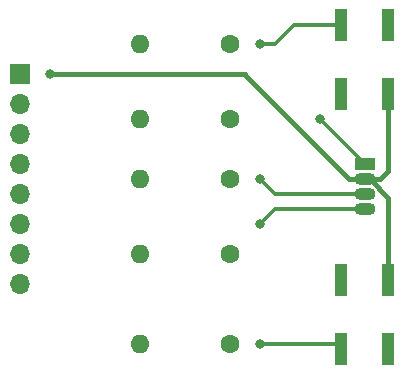
<source format=gbr>
%TF.GenerationSoftware,KiCad,Pcbnew,(5.1.10-1-10_14)*%
%TF.CreationDate,2021-11-05T22:23:08-04:00*%
%TF.ProjectId,UI Schematic,55492053-6368-4656-9d61-7469632e6b69,rev?*%
%TF.SameCoordinates,Original*%
%TF.FileFunction,Copper,L1,Top*%
%TF.FilePolarity,Positive*%
%FSLAX46Y46*%
G04 Gerber Fmt 4.6, Leading zero omitted, Abs format (unit mm)*
G04 Created by KiCad (PCBNEW (5.1.10-1-10_14)) date 2021-11-05 22:23:08*
%MOMM*%
%LPD*%
G01*
G04 APERTURE LIST*
%TA.AperFunction,ComponentPad*%
%ADD10C,1.600000*%
%TD*%
%TA.AperFunction,ComponentPad*%
%ADD11O,1.600000X1.600000*%
%TD*%
%TA.AperFunction,ComponentPad*%
%ADD12R,1.800000X1.070000*%
%TD*%
%TA.AperFunction,ComponentPad*%
%ADD13O,1.800000X1.070000*%
%TD*%
%TA.AperFunction,ComponentPad*%
%ADD14O,1.700000X1.700000*%
%TD*%
%TA.AperFunction,ComponentPad*%
%ADD15R,1.700000X1.700000*%
%TD*%
%TA.AperFunction,SMDPad,CuDef*%
%ADD16R,1.000000X2.800000*%
%TD*%
%TA.AperFunction,ViaPad*%
%ADD17C,0.800000*%
%TD*%
%TA.AperFunction,Conductor*%
%ADD18C,0.304800*%
%TD*%
%TA.AperFunction,Conductor*%
%ADD19C,0.406400*%
%TD*%
G04 APERTURE END LIST*
D10*
%TO.P,R3,1*%
%TO.N,Net-(D1-Pad3)*%
X119380000Y-85090000D03*
D11*
%TO.P,R3,2*%
%TO.N,Net-(J1-Pad5)*%
X111760000Y-85090000D03*
%TD*%
D12*
%TO.P,D1,1*%
%TO.N,Net-(D1-Pad1)*%
X130810000Y-83820000D03*
D13*
%TO.P,D1,2*%
%TO.N,+5V*%
X130810000Y-85090000D03*
%TO.P,D1,3*%
%TO.N,Net-(D1-Pad3)*%
X130810000Y-86360000D03*
%TO.P,D1,4*%
%TO.N,Net-(D1-Pad4)*%
X130810000Y-87630000D03*
%TD*%
D14*
%TO.P,J1,8*%
%TO.N,Net-(J1-Pad8)*%
X101600000Y-93980000D03*
%TO.P,J1,7*%
%TO.N,Net-(J1-Pad7)*%
X101600000Y-91440000D03*
%TO.P,J1,6*%
%TO.N,Net-(J1-Pad6)*%
X101600000Y-88900000D03*
%TO.P,J1,5*%
%TO.N,Net-(J1-Pad5)*%
X101600000Y-86360000D03*
%TO.P,J1,4*%
%TO.N,Net-(J1-Pad4)*%
X101600000Y-83820000D03*
%TO.P,J1,3*%
%TO.N,Net-(J1-Pad3)*%
X101600000Y-81280000D03*
%TO.P,J1,2*%
%TO.N,GND*%
X101600000Y-78740000D03*
D15*
%TO.P,J1,1*%
%TO.N,+5V*%
X101600000Y-76200000D03*
%TD*%
D10*
%TO.P,R1,1*%
%TO.N,Net-(J1-Pad3)*%
X119380000Y-73660000D03*
D11*
%TO.P,R1,2*%
%TO.N,GND*%
X111760000Y-73660000D03*
%TD*%
D10*
%TO.P,R2,1*%
%TO.N,Net-(D1-Pad1)*%
X119380000Y-80010000D03*
D11*
%TO.P,R2,2*%
%TO.N,Net-(J1-Pad4)*%
X111760000Y-80010000D03*
%TD*%
D10*
%TO.P,R4,1*%
%TO.N,Net-(D1-Pad4)*%
X119380000Y-91440000D03*
D11*
%TO.P,R4,2*%
%TO.N,Net-(J1-Pad6)*%
X111760000Y-91440000D03*
%TD*%
%TO.P,R5,2*%
%TO.N,GND*%
X111760000Y-99060000D03*
D10*
%TO.P,R5,1*%
%TO.N,Net-(J1-Pad7)*%
X119380000Y-99060000D03*
%TD*%
D16*
%TO.P,SW1,1*%
%TO.N,Net-(J1-Pad3)*%
X128810000Y-77830000D03*
X128810000Y-72030000D03*
%TO.P,SW1,2*%
%TO.N,+5V*%
X132810000Y-77830000D03*
X132810000Y-72030000D03*
%TD*%
%TO.P,SW2,2*%
%TO.N,+5V*%
X132810000Y-93620000D03*
X132810000Y-99420000D03*
%TO.P,SW2,1*%
%TO.N,Net-(J1-Pad7)*%
X128810000Y-93620000D03*
X128810000Y-99420000D03*
%TD*%
D17*
%TO.N,Net-(D1-Pad1)*%
X127000000Y-80010000D03*
%TO.N,+5V*%
X104140000Y-76200000D03*
%TO.N,Net-(D1-Pad3)*%
X121920000Y-85090000D03*
%TO.N,Net-(D1-Pad4)*%
X121920000Y-88900000D03*
%TO.N,Net-(J1-Pad3)*%
X121920000Y-73660000D03*
%TO.N,Net-(J1-Pad7)*%
X121920000Y-99060000D03*
%TD*%
D18*
%TO.N,Net-(D1-Pad1)*%
X127000000Y-80010000D02*
X130810000Y-83820000D01*
D19*
%TO.N,+5V*%
X132810000Y-77830000D02*
X132810000Y-84360000D01*
X132080000Y-85090000D02*
X130810000Y-85090000D01*
X132810000Y-84360000D02*
X132080000Y-85090000D01*
X132810000Y-86668171D02*
X132810000Y-93620000D01*
X131231829Y-85090000D02*
X132810000Y-86668171D01*
X130810000Y-85090000D02*
X131231829Y-85090000D01*
X129503600Y-85090000D02*
X130810000Y-85090000D01*
X120650000Y-76236400D02*
X129503600Y-85090000D01*
X120650000Y-76200000D02*
X120650000Y-76236400D01*
X104140000Y-76200000D02*
X120650000Y-76200000D01*
D18*
%TO.N,Net-(D1-Pad3)*%
X121920000Y-85090000D02*
X123190000Y-86360000D01*
X123190000Y-86360000D02*
X130810000Y-86360000D01*
%TO.N,Net-(D1-Pad4)*%
X121920000Y-88900000D02*
X123190000Y-87630000D01*
X123190000Y-87630000D02*
X130810000Y-87630000D01*
%TO.N,Net-(J1-Pad3)*%
X124820000Y-72030000D02*
X128810000Y-72030000D01*
X121920000Y-73660000D02*
X123190000Y-73660000D01*
X123190000Y-73660000D02*
X124820000Y-72030000D01*
%TO.N,Net-(J1-Pad7)*%
X128450000Y-99060000D02*
X128810000Y-99420000D01*
X121920000Y-99060000D02*
X128450000Y-99060000D01*
%TD*%
M02*

</source>
